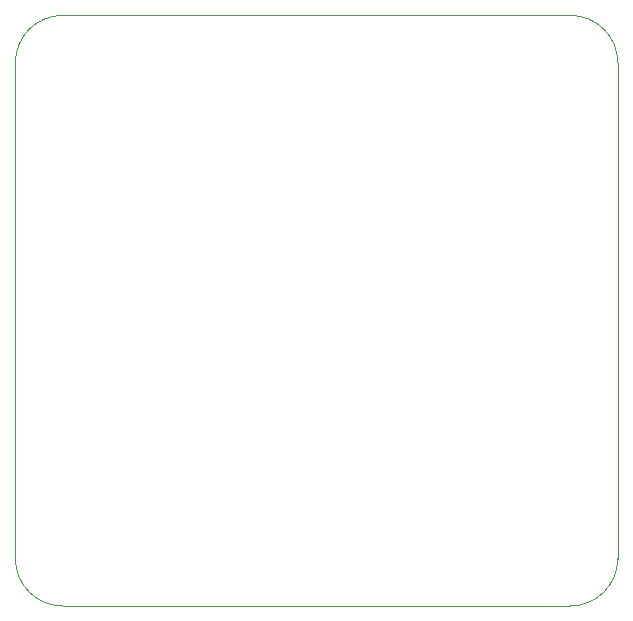
<source format=gm1>
G04 #@! TF.GenerationSoftware,KiCad,Pcbnew,(5.1.4)-1*
G04 #@! TF.CreationDate,2019-08-28T01:11:50-07:00*
G04 #@! TF.ProjectId,ESC Drivetrain V1,45534320-4472-4697-9665-747261696e20,rev?*
G04 #@! TF.SameCoordinates,Original*
G04 #@! TF.FileFunction,Profile,NP*
%FSLAX46Y46*%
G04 Gerber Fmt 4.6, Leading zero omitted, Abs format (unit mm)*
G04 Created by KiCad (PCBNEW (5.1.4)-1) date 2019-08-28 01:11:50*
%MOMM*%
%LPD*%
G04 APERTURE LIST*
%ADD10C,0.050000*%
G04 APERTURE END LIST*
D10*
X100000000Y-104000000D02*
G75*
G02X104000000Y-100000000I4000000J0D01*
G01*
X147000000Y-100000000D02*
G75*
G02X151000000Y-104000000I0J-4000000D01*
G01*
X104000000Y-150000000D02*
G75*
G02X100000000Y-146000000I0J4000000D01*
G01*
X151000000Y-146000000D02*
G75*
G02X147000000Y-150000000I-4000000J0D01*
G01*
X100000000Y-146000000D02*
X100000000Y-104000000D01*
X147000000Y-150000000D02*
X104000000Y-150000000D01*
X151000000Y-104000000D02*
X151000000Y-146000000D01*
X104000000Y-100000000D02*
X147000000Y-100000000D01*
M02*

</source>
